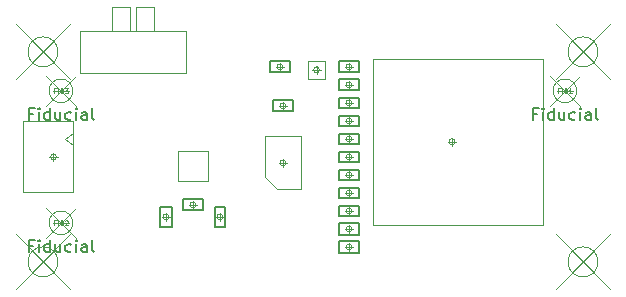
<source format=gbr>
%TF.GenerationSoftware,KiCad,Pcbnew,9.0.3*%
%TF.CreationDate,2025-08-05T15:22:31-04:00*%
%TF.ProjectId,weather-featherwing,77656174-6865-4722-9d66-656174686572,1.4.0*%
%TF.SameCoordinates,Original*%
%TF.FileFunction,AssemblyDrawing,Top*%
%FSLAX46Y46*%
G04 Gerber Fmt 4.6, Leading zero omitted, Abs format (unit mm)*
G04 Created by KiCad (PCBNEW 9.0.3) date 2025-08-05 15:22:31*
%MOMM*%
%LPD*%
G01*
G04 APERTURE LIST*
%ADD10C,0.150000*%
%ADD11C,0.060000*%
%ADD12C,0.120000*%
%ADD13C,0.050000*%
%ADD14C,0.100000*%
G04 APERTURE END LIST*
D10*
X158655047Y-104293009D02*
X158321714Y-104293009D01*
X158321714Y-104816819D02*
X158321714Y-103816819D01*
X158321714Y-103816819D02*
X158797904Y-103816819D01*
X159178857Y-104816819D02*
X159178857Y-104150152D01*
X159178857Y-103816819D02*
X159131238Y-103864438D01*
X159131238Y-103864438D02*
X159178857Y-103912057D01*
X159178857Y-103912057D02*
X159226476Y-103864438D01*
X159226476Y-103864438D02*
X159178857Y-103816819D01*
X159178857Y-103816819D02*
X159178857Y-103912057D01*
X160083618Y-104816819D02*
X160083618Y-103816819D01*
X160083618Y-104769200D02*
X159988380Y-104816819D01*
X159988380Y-104816819D02*
X159797904Y-104816819D01*
X159797904Y-104816819D02*
X159702666Y-104769200D01*
X159702666Y-104769200D02*
X159655047Y-104721580D01*
X159655047Y-104721580D02*
X159607428Y-104626342D01*
X159607428Y-104626342D02*
X159607428Y-104340628D01*
X159607428Y-104340628D02*
X159655047Y-104245390D01*
X159655047Y-104245390D02*
X159702666Y-104197771D01*
X159702666Y-104197771D02*
X159797904Y-104150152D01*
X159797904Y-104150152D02*
X159988380Y-104150152D01*
X159988380Y-104150152D02*
X160083618Y-104197771D01*
X160988380Y-104150152D02*
X160988380Y-104816819D01*
X160559809Y-104150152D02*
X160559809Y-104673961D01*
X160559809Y-104673961D02*
X160607428Y-104769200D01*
X160607428Y-104769200D02*
X160702666Y-104816819D01*
X160702666Y-104816819D02*
X160845523Y-104816819D01*
X160845523Y-104816819D02*
X160940761Y-104769200D01*
X160940761Y-104769200D02*
X160988380Y-104721580D01*
X161893142Y-104769200D02*
X161797904Y-104816819D01*
X161797904Y-104816819D02*
X161607428Y-104816819D01*
X161607428Y-104816819D02*
X161512190Y-104769200D01*
X161512190Y-104769200D02*
X161464571Y-104721580D01*
X161464571Y-104721580D02*
X161416952Y-104626342D01*
X161416952Y-104626342D02*
X161416952Y-104340628D01*
X161416952Y-104340628D02*
X161464571Y-104245390D01*
X161464571Y-104245390D02*
X161512190Y-104197771D01*
X161512190Y-104197771D02*
X161607428Y-104150152D01*
X161607428Y-104150152D02*
X161797904Y-104150152D01*
X161797904Y-104150152D02*
X161893142Y-104197771D01*
X162321714Y-104816819D02*
X162321714Y-104150152D01*
X162321714Y-103816819D02*
X162274095Y-103864438D01*
X162274095Y-103864438D02*
X162321714Y-103912057D01*
X162321714Y-103912057D02*
X162369333Y-103864438D01*
X162369333Y-103864438D02*
X162321714Y-103816819D01*
X162321714Y-103816819D02*
X162321714Y-103912057D01*
X163226475Y-104816819D02*
X163226475Y-104293009D01*
X163226475Y-104293009D02*
X163178856Y-104197771D01*
X163178856Y-104197771D02*
X163083618Y-104150152D01*
X163083618Y-104150152D02*
X162893142Y-104150152D01*
X162893142Y-104150152D02*
X162797904Y-104197771D01*
X163226475Y-104769200D02*
X163131237Y-104816819D01*
X163131237Y-104816819D02*
X162893142Y-104816819D01*
X162893142Y-104816819D02*
X162797904Y-104769200D01*
X162797904Y-104769200D02*
X162750285Y-104673961D01*
X162750285Y-104673961D02*
X162750285Y-104578723D01*
X162750285Y-104578723D02*
X162797904Y-104483485D01*
X162797904Y-104483485D02*
X162893142Y-104435866D01*
X162893142Y-104435866D02*
X163131237Y-104435866D01*
X163131237Y-104435866D02*
X163226475Y-104388247D01*
X163845523Y-104816819D02*
X163750285Y-104769200D01*
X163750285Y-104769200D02*
X163702666Y-104673961D01*
X163702666Y-104673961D02*
X163702666Y-103816819D01*
D11*
X160607429Y-102334403D02*
X160474096Y-102334403D01*
X160474096Y-102543927D02*
X160474096Y-102143927D01*
X160474096Y-102143927D02*
X160664572Y-102143927D01*
X160816953Y-102543927D02*
X160816953Y-102143927D01*
X161007429Y-102543927D02*
X161007429Y-102143927D01*
X161007429Y-102143927D02*
X161102667Y-102143927D01*
X161102667Y-102143927D02*
X161159810Y-102162975D01*
X161159810Y-102162975D02*
X161197905Y-102201070D01*
X161197905Y-102201070D02*
X161216952Y-102239165D01*
X161216952Y-102239165D02*
X161236000Y-102315356D01*
X161236000Y-102315356D02*
X161236000Y-102372499D01*
X161236000Y-102372499D02*
X161216952Y-102448689D01*
X161216952Y-102448689D02*
X161197905Y-102486784D01*
X161197905Y-102486784D02*
X161159810Y-102524880D01*
X161159810Y-102524880D02*
X161102667Y-102543927D01*
X161102667Y-102543927D02*
X161007429Y-102543927D01*
X161616952Y-102543927D02*
X161388381Y-102543927D01*
X161502667Y-102543927D02*
X161502667Y-102143927D01*
X161502667Y-102143927D02*
X161464571Y-102201070D01*
X161464571Y-102201070D02*
X161426476Y-102239165D01*
X161426476Y-102239165D02*
X161388381Y-102258213D01*
X160384096Y-102343927D02*
X161704668Y-102343927D01*
D10*
X115983047Y-104293009D02*
X115649714Y-104293009D01*
X115649714Y-104816819D02*
X115649714Y-103816819D01*
X115649714Y-103816819D02*
X116125904Y-103816819D01*
X116506857Y-104816819D02*
X116506857Y-104150152D01*
X116506857Y-103816819D02*
X116459238Y-103864438D01*
X116459238Y-103864438D02*
X116506857Y-103912057D01*
X116506857Y-103912057D02*
X116554476Y-103864438D01*
X116554476Y-103864438D02*
X116506857Y-103816819D01*
X116506857Y-103816819D02*
X116506857Y-103912057D01*
X117411618Y-104816819D02*
X117411618Y-103816819D01*
X117411618Y-104769200D02*
X117316380Y-104816819D01*
X117316380Y-104816819D02*
X117125904Y-104816819D01*
X117125904Y-104816819D02*
X117030666Y-104769200D01*
X117030666Y-104769200D02*
X116983047Y-104721580D01*
X116983047Y-104721580D02*
X116935428Y-104626342D01*
X116935428Y-104626342D02*
X116935428Y-104340628D01*
X116935428Y-104340628D02*
X116983047Y-104245390D01*
X116983047Y-104245390D02*
X117030666Y-104197771D01*
X117030666Y-104197771D02*
X117125904Y-104150152D01*
X117125904Y-104150152D02*
X117316380Y-104150152D01*
X117316380Y-104150152D02*
X117411618Y-104197771D01*
X118316380Y-104150152D02*
X118316380Y-104816819D01*
X117887809Y-104150152D02*
X117887809Y-104673961D01*
X117887809Y-104673961D02*
X117935428Y-104769200D01*
X117935428Y-104769200D02*
X118030666Y-104816819D01*
X118030666Y-104816819D02*
X118173523Y-104816819D01*
X118173523Y-104816819D02*
X118268761Y-104769200D01*
X118268761Y-104769200D02*
X118316380Y-104721580D01*
X119221142Y-104769200D02*
X119125904Y-104816819D01*
X119125904Y-104816819D02*
X118935428Y-104816819D01*
X118935428Y-104816819D02*
X118840190Y-104769200D01*
X118840190Y-104769200D02*
X118792571Y-104721580D01*
X118792571Y-104721580D02*
X118744952Y-104626342D01*
X118744952Y-104626342D02*
X118744952Y-104340628D01*
X118744952Y-104340628D02*
X118792571Y-104245390D01*
X118792571Y-104245390D02*
X118840190Y-104197771D01*
X118840190Y-104197771D02*
X118935428Y-104150152D01*
X118935428Y-104150152D02*
X119125904Y-104150152D01*
X119125904Y-104150152D02*
X119221142Y-104197771D01*
X119649714Y-104816819D02*
X119649714Y-104150152D01*
X119649714Y-103816819D02*
X119602095Y-103864438D01*
X119602095Y-103864438D02*
X119649714Y-103912057D01*
X119649714Y-103912057D02*
X119697333Y-103864438D01*
X119697333Y-103864438D02*
X119649714Y-103816819D01*
X119649714Y-103816819D02*
X119649714Y-103912057D01*
X120554475Y-104816819D02*
X120554475Y-104293009D01*
X120554475Y-104293009D02*
X120506856Y-104197771D01*
X120506856Y-104197771D02*
X120411618Y-104150152D01*
X120411618Y-104150152D02*
X120221142Y-104150152D01*
X120221142Y-104150152D02*
X120125904Y-104197771D01*
X120554475Y-104769200D02*
X120459237Y-104816819D01*
X120459237Y-104816819D02*
X120221142Y-104816819D01*
X120221142Y-104816819D02*
X120125904Y-104769200D01*
X120125904Y-104769200D02*
X120078285Y-104673961D01*
X120078285Y-104673961D02*
X120078285Y-104578723D01*
X120078285Y-104578723D02*
X120125904Y-104483485D01*
X120125904Y-104483485D02*
X120221142Y-104435866D01*
X120221142Y-104435866D02*
X120459237Y-104435866D01*
X120459237Y-104435866D02*
X120554475Y-104388247D01*
X121173523Y-104816819D02*
X121078285Y-104769200D01*
X121078285Y-104769200D02*
X121030666Y-104673961D01*
X121030666Y-104673961D02*
X121030666Y-103816819D01*
D11*
X117935429Y-102334403D02*
X117802096Y-102334403D01*
X117802096Y-102543927D02*
X117802096Y-102143927D01*
X117802096Y-102143927D02*
X117992572Y-102143927D01*
X118144953Y-102543927D02*
X118144953Y-102143927D01*
X118335429Y-102543927D02*
X118335429Y-102143927D01*
X118335429Y-102143927D02*
X118430667Y-102143927D01*
X118430667Y-102143927D02*
X118487810Y-102162975D01*
X118487810Y-102162975D02*
X118525905Y-102201070D01*
X118525905Y-102201070D02*
X118544952Y-102239165D01*
X118544952Y-102239165D02*
X118564000Y-102315356D01*
X118564000Y-102315356D02*
X118564000Y-102372499D01*
X118564000Y-102372499D02*
X118544952Y-102448689D01*
X118544952Y-102448689D02*
X118525905Y-102486784D01*
X118525905Y-102486784D02*
X118487810Y-102524880D01*
X118487810Y-102524880D02*
X118430667Y-102543927D01*
X118430667Y-102543927D02*
X118335429Y-102543927D01*
X118697333Y-102143927D02*
X118944952Y-102143927D01*
X118944952Y-102143927D02*
X118811619Y-102296308D01*
X118811619Y-102296308D02*
X118868762Y-102296308D01*
X118868762Y-102296308D02*
X118906857Y-102315356D01*
X118906857Y-102315356D02*
X118925905Y-102334403D01*
X118925905Y-102334403D02*
X118944952Y-102372499D01*
X118944952Y-102372499D02*
X118944952Y-102467737D01*
X118944952Y-102467737D02*
X118925905Y-102505832D01*
X118925905Y-102505832D02*
X118906857Y-102524880D01*
X118906857Y-102524880D02*
X118868762Y-102543927D01*
X118868762Y-102543927D02*
X118754476Y-102543927D01*
X118754476Y-102543927D02*
X118716381Y-102524880D01*
X118716381Y-102524880D02*
X118697333Y-102505832D01*
X117712096Y-102343927D02*
X119034952Y-102343927D01*
D10*
X115983047Y-115469009D02*
X115649714Y-115469009D01*
X115649714Y-115992819D02*
X115649714Y-114992819D01*
X115649714Y-114992819D02*
X116125904Y-114992819D01*
X116506857Y-115992819D02*
X116506857Y-115326152D01*
X116506857Y-114992819D02*
X116459238Y-115040438D01*
X116459238Y-115040438D02*
X116506857Y-115088057D01*
X116506857Y-115088057D02*
X116554476Y-115040438D01*
X116554476Y-115040438D02*
X116506857Y-114992819D01*
X116506857Y-114992819D02*
X116506857Y-115088057D01*
X117411618Y-115992819D02*
X117411618Y-114992819D01*
X117411618Y-115945200D02*
X117316380Y-115992819D01*
X117316380Y-115992819D02*
X117125904Y-115992819D01*
X117125904Y-115992819D02*
X117030666Y-115945200D01*
X117030666Y-115945200D02*
X116983047Y-115897580D01*
X116983047Y-115897580D02*
X116935428Y-115802342D01*
X116935428Y-115802342D02*
X116935428Y-115516628D01*
X116935428Y-115516628D02*
X116983047Y-115421390D01*
X116983047Y-115421390D02*
X117030666Y-115373771D01*
X117030666Y-115373771D02*
X117125904Y-115326152D01*
X117125904Y-115326152D02*
X117316380Y-115326152D01*
X117316380Y-115326152D02*
X117411618Y-115373771D01*
X118316380Y-115326152D02*
X118316380Y-115992819D01*
X117887809Y-115326152D02*
X117887809Y-115849961D01*
X117887809Y-115849961D02*
X117935428Y-115945200D01*
X117935428Y-115945200D02*
X118030666Y-115992819D01*
X118030666Y-115992819D02*
X118173523Y-115992819D01*
X118173523Y-115992819D02*
X118268761Y-115945200D01*
X118268761Y-115945200D02*
X118316380Y-115897580D01*
X119221142Y-115945200D02*
X119125904Y-115992819D01*
X119125904Y-115992819D02*
X118935428Y-115992819D01*
X118935428Y-115992819D02*
X118840190Y-115945200D01*
X118840190Y-115945200D02*
X118792571Y-115897580D01*
X118792571Y-115897580D02*
X118744952Y-115802342D01*
X118744952Y-115802342D02*
X118744952Y-115516628D01*
X118744952Y-115516628D02*
X118792571Y-115421390D01*
X118792571Y-115421390D02*
X118840190Y-115373771D01*
X118840190Y-115373771D02*
X118935428Y-115326152D01*
X118935428Y-115326152D02*
X119125904Y-115326152D01*
X119125904Y-115326152D02*
X119221142Y-115373771D01*
X119649714Y-115992819D02*
X119649714Y-115326152D01*
X119649714Y-114992819D02*
X119602095Y-115040438D01*
X119602095Y-115040438D02*
X119649714Y-115088057D01*
X119649714Y-115088057D02*
X119697333Y-115040438D01*
X119697333Y-115040438D02*
X119649714Y-114992819D01*
X119649714Y-114992819D02*
X119649714Y-115088057D01*
X120554475Y-115992819D02*
X120554475Y-115469009D01*
X120554475Y-115469009D02*
X120506856Y-115373771D01*
X120506856Y-115373771D02*
X120411618Y-115326152D01*
X120411618Y-115326152D02*
X120221142Y-115326152D01*
X120221142Y-115326152D02*
X120125904Y-115373771D01*
X120554475Y-115945200D02*
X120459237Y-115992819D01*
X120459237Y-115992819D02*
X120221142Y-115992819D01*
X120221142Y-115992819D02*
X120125904Y-115945200D01*
X120125904Y-115945200D02*
X120078285Y-115849961D01*
X120078285Y-115849961D02*
X120078285Y-115754723D01*
X120078285Y-115754723D02*
X120125904Y-115659485D01*
X120125904Y-115659485D02*
X120221142Y-115611866D01*
X120221142Y-115611866D02*
X120459237Y-115611866D01*
X120459237Y-115611866D02*
X120554475Y-115564247D01*
X121173523Y-115992819D02*
X121078285Y-115945200D01*
X121078285Y-115945200D02*
X121030666Y-115849961D01*
X121030666Y-115849961D02*
X121030666Y-114992819D01*
D11*
X117935429Y-113510403D02*
X117802096Y-113510403D01*
X117802096Y-113719927D02*
X117802096Y-113319927D01*
X117802096Y-113319927D02*
X117992572Y-113319927D01*
X118144953Y-113719927D02*
X118144953Y-113319927D01*
X118335429Y-113719927D02*
X118335429Y-113319927D01*
X118335429Y-113319927D02*
X118430667Y-113319927D01*
X118430667Y-113319927D02*
X118487810Y-113338975D01*
X118487810Y-113338975D02*
X118525905Y-113377070D01*
X118525905Y-113377070D02*
X118544952Y-113415165D01*
X118544952Y-113415165D02*
X118564000Y-113491356D01*
X118564000Y-113491356D02*
X118564000Y-113548499D01*
X118564000Y-113548499D02*
X118544952Y-113624689D01*
X118544952Y-113624689D02*
X118525905Y-113662784D01*
X118525905Y-113662784D02*
X118487810Y-113700880D01*
X118487810Y-113700880D02*
X118430667Y-113719927D01*
X118430667Y-113719927D02*
X118335429Y-113719927D01*
X118716381Y-113358022D02*
X118735429Y-113338975D01*
X118735429Y-113338975D02*
X118773524Y-113319927D01*
X118773524Y-113319927D02*
X118868762Y-113319927D01*
X118868762Y-113319927D02*
X118906857Y-113338975D01*
X118906857Y-113338975D02*
X118925905Y-113358022D01*
X118925905Y-113358022D02*
X118944952Y-113396118D01*
X118944952Y-113396118D02*
X118944952Y-113434213D01*
X118944952Y-113434213D02*
X118925905Y-113491356D01*
X118925905Y-113491356D02*
X118697333Y-113719927D01*
X118697333Y-113719927D02*
X118944952Y-113719927D01*
X117712096Y-113519927D02*
X119034952Y-113519927D01*
D12*
%TO.C,U2*%
X136660000Y-110708000D02*
X135610000Y-109658000D01*
X138710000Y-110708000D02*
X136660000Y-110708000D01*
X135610000Y-109658000D02*
X135610000Y-106208000D01*
D13*
X136810000Y-108458000D02*
X137510000Y-108458000D01*
X137160000Y-108108000D02*
X137160000Y-108808000D01*
D12*
X135610000Y-106208000D02*
X138710000Y-106208000D01*
X138710000Y-106208000D02*
X138710000Y-110708000D01*
D13*
X137410000Y-108458000D02*
G75*
G02*
X136910000Y-108458000I-250000J0D01*
G01*
X136910000Y-108458000D02*
G75*
G02*
X137410000Y-108458000I250000J0D01*
G01*
%TO.C,U1*%
D14*
X128290000Y-109962000D02*
X130790000Y-109962000D01*
X130790000Y-107462000D01*
X128290000Y-107462000D01*
X128290000Y-109962000D01*
D13*
%TO.C,D1*%
X139650000Y-100580000D02*
X140350000Y-100580000D01*
X140000000Y-100230000D02*
X140000000Y-100930000D01*
D12*
X139250000Y-101330000D02*
X140750000Y-101330000D01*
X140750000Y-99830000D01*
X139250000Y-99830000D01*
X139250000Y-101330000D01*
D13*
X140250000Y-100580000D02*
G75*
G02*
X139750000Y-100580000I-250000J0D01*
G01*
X139750000Y-100580000D02*
G75*
G02*
X140250000Y-100580000I250000J0D01*
G01*
D10*
%TO.C,R3*%
X141900000Y-110550000D02*
X143600000Y-110550000D01*
X141900000Y-111450000D02*
X141900000Y-110550000D01*
D13*
X142750000Y-110650000D02*
X142750000Y-111350000D01*
X143100000Y-111000000D02*
X142400000Y-111000000D01*
D10*
X143600000Y-110550000D02*
X143600000Y-111450000D01*
X143600000Y-111450000D02*
X141900000Y-111450000D01*
D13*
X143000000Y-111000000D02*
G75*
G02*
X142500000Y-111000000I-250000J0D01*
G01*
X142500000Y-111000000D02*
G75*
G02*
X143000000Y-111000000I250000J0D01*
G01*
D14*
%TO.C,H3*%
X163830000Y-99060000D02*
G75*
G02*
X161290000Y-99060000I-1270000J0D01*
G01*
X161290000Y-99060000D02*
G75*
G02*
X163830000Y-99060000I1270000J0D01*
G01*
X163830000Y-99060000D02*
G75*
G02*
X161290000Y-99060000I-1270000J0D01*
G01*
X161290000Y-99060000D02*
G75*
G02*
X163830000Y-99060000I1270000J0D01*
G01*
D13*
%TO.C,J3*%
X151125000Y-106680000D02*
X151825000Y-106680000D01*
X151475000Y-106330000D02*
X151475000Y-107030000D01*
D14*
X144750000Y-113680000D02*
X159200000Y-113680000D01*
X159200000Y-99680000D01*
X144750000Y-99680000D01*
X144750000Y-113680000D01*
D13*
X151736008Y-106680000D02*
G75*
G02*
X151213992Y-106680000I-261008J0D01*
G01*
X151213992Y-106680000D02*
G75*
G02*
X151736008Y-106680000I261008J0D01*
G01*
D10*
%TO.C,C5*%
X136285000Y-103157000D02*
X138035000Y-103157000D01*
X136285000Y-104107000D02*
X136285000Y-103157000D01*
D13*
X137160000Y-103282000D02*
X137160000Y-103982000D01*
X137510000Y-103632000D02*
X136810000Y-103632000D01*
D10*
X138035000Y-103157000D02*
X138035000Y-104107000D01*
X138035000Y-104107000D02*
X136285000Y-104107000D01*
D13*
X137410000Y-103632000D02*
G75*
G02*
X136910000Y-103632000I-250000J0D01*
G01*
X136910000Y-103632000D02*
G75*
G02*
X137410000Y-103632000I250000J0D01*
G01*
D10*
%TO.C,C3*%
X128665000Y-111539000D02*
X130415000Y-111539000D01*
X128665000Y-112489000D02*
X128665000Y-111539000D01*
D13*
X129190000Y-112014000D02*
X129890000Y-112014000D01*
X129540000Y-112364000D02*
X129540000Y-111664000D01*
D10*
X130415000Y-111539000D02*
X130415000Y-112489000D01*
X130415000Y-112489000D02*
X128665000Y-112489000D01*
D13*
X129790000Y-112014000D02*
G75*
G02*
X129290000Y-112014000I-250000J0D01*
G01*
X129290000Y-112014000D02*
G75*
G02*
X129790000Y-112014000I250000J0D01*
G01*
D10*
%TO.C,R6*%
X141900000Y-104450000D02*
X143600000Y-104450000D01*
X141900000Y-105350000D02*
X141900000Y-104450000D01*
D13*
X142750000Y-104550000D02*
X142750000Y-105250000D01*
X143100000Y-104900000D02*
X142400000Y-104900000D01*
D10*
X143600000Y-104450000D02*
X143600000Y-105350000D01*
X143600000Y-105350000D02*
X141900000Y-105350000D01*
D13*
X143000000Y-104900000D02*
G75*
G02*
X142500000Y-104900000I-250000J0D01*
G01*
X142500000Y-104900000D02*
G75*
G02*
X143000000Y-104900000I250000J0D01*
G01*
D10*
%TO.C,C1*%
X141875000Y-115100000D02*
X143625000Y-115100000D01*
X141875000Y-116050000D02*
X141875000Y-115100000D01*
D13*
X142750000Y-115225000D02*
X142750000Y-115925000D01*
X143100000Y-115575000D02*
X142400000Y-115575000D01*
D10*
X143625000Y-115100000D02*
X143625000Y-116050000D01*
X143625000Y-116050000D02*
X141875000Y-116050000D01*
D13*
X143000000Y-115575000D02*
G75*
G02*
X142500000Y-115575000I-250000J0D01*
G01*
X142500000Y-115575000D02*
G75*
G02*
X143000000Y-115575000I250000J0D01*
G01*
D14*
%TO.C,H4*%
X163830000Y-116840000D02*
G75*
G02*
X161290000Y-116840000I-1270000J0D01*
G01*
X161290000Y-116840000D02*
G75*
G02*
X163830000Y-116840000I1270000J0D01*
G01*
X163830000Y-116840000D02*
G75*
G02*
X161290000Y-116840000I-1270000J0D01*
G01*
X161290000Y-116840000D02*
G75*
G02*
X163830000Y-116840000I1270000J0D01*
G01*
D10*
%TO.C,R5*%
X141900000Y-107500000D02*
X143600000Y-107500000D01*
X141900000Y-108400000D02*
X141900000Y-107500000D01*
D13*
X142750000Y-107600000D02*
X142750000Y-108300000D01*
X143100000Y-107950000D02*
X142400000Y-107950000D01*
D10*
X143600000Y-107500000D02*
X143600000Y-108400000D01*
X143600000Y-108400000D02*
X141900000Y-108400000D01*
D13*
X143000000Y-107950000D02*
G75*
G02*
X142500000Y-107950000I-250000J0D01*
G01*
X142500000Y-107950000D02*
G75*
G02*
X143000000Y-107950000I250000J0D01*
G01*
%TO.C,SW1*%
D14*
X124200000Y-97275000D02*
X122700000Y-97275000D01*
X122700000Y-95275000D01*
X124200000Y-95275000D01*
X124200000Y-97275000D01*
X126200000Y-97275000D02*
X124700000Y-97275000D01*
X124700000Y-95275000D01*
X126200000Y-95275000D01*
X126200000Y-97275000D01*
X128950000Y-100875000D02*
X119950000Y-100875000D01*
X119950000Y-97275000D01*
X128950000Y-97275000D01*
X128950000Y-100875000D01*
%TO.C,J4*%
X115155400Y-104950000D02*
X115155400Y-110950000D01*
D13*
X117730400Y-107600000D02*
X117730400Y-108300000D01*
X118080400Y-107950000D02*
X117380400Y-107950000D01*
D14*
X118698293Y-106450000D02*
X119405400Y-106950000D01*
X119405400Y-104950000D02*
X115155400Y-104950000D01*
X119405400Y-104950000D02*
X119405400Y-110950000D01*
X119405400Y-105950000D02*
X118698293Y-106450000D01*
X119405400Y-110950000D02*
X115155400Y-110950000D01*
D13*
X117980400Y-107950000D02*
G75*
G02*
X117480400Y-107950000I-250000J0D01*
G01*
X117480400Y-107950000D02*
G75*
G02*
X117980400Y-107950000I250000J0D01*
G01*
D10*
%TO.C,R1*%
X141900000Y-105975000D02*
X143600000Y-105975000D01*
X141900000Y-106875000D02*
X141900000Y-105975000D01*
D13*
X142750000Y-106075000D02*
X142750000Y-106775000D01*
X143100000Y-106425000D02*
X142400000Y-106425000D01*
D10*
X143600000Y-105975000D02*
X143600000Y-106875000D01*
X143600000Y-106875000D02*
X141900000Y-106875000D01*
D13*
X143000000Y-106425000D02*
G75*
G02*
X142500000Y-106425000I-250000J0D01*
G01*
X142500000Y-106425000D02*
G75*
G02*
X143000000Y-106425000I250000J0D01*
G01*
D14*
%TO.C,FID1*%
X162036000Y-102362000D02*
G75*
G02*
X160036000Y-102362000I-1000000J0D01*
G01*
X160036000Y-102362000D02*
G75*
G02*
X162036000Y-102362000I1000000J0D01*
G01*
X162036000Y-102362000D02*
G75*
G02*
X160036000Y-102362000I-1000000J0D01*
G01*
X160036000Y-102362000D02*
G75*
G02*
X162036000Y-102362000I1000000J0D01*
G01*
%TO.C,H1*%
X118110000Y-99060000D02*
G75*
G02*
X115570000Y-99060000I-1270000J0D01*
G01*
X115570000Y-99060000D02*
G75*
G02*
X118110000Y-99060000I1270000J0D01*
G01*
X118110000Y-99060000D02*
G75*
G02*
X115570000Y-99060000I-1270000J0D01*
G01*
X115570000Y-99060000D02*
G75*
G02*
X118110000Y-99060000I1270000J0D01*
G01*
D10*
%TO.C,R11*%
X136056000Y-99875000D02*
X137756000Y-99875000D01*
X136056000Y-100775000D02*
X136056000Y-99875000D01*
D13*
X136906000Y-99975000D02*
X136906000Y-100675000D01*
X137256000Y-100325000D02*
X136556000Y-100325000D01*
D10*
X137756000Y-99875000D02*
X137756000Y-100775000D01*
X137756000Y-100775000D02*
X136056000Y-100775000D01*
D13*
X137156000Y-100325000D02*
G75*
G02*
X136656000Y-100325000I-250000J0D01*
G01*
X136656000Y-100325000D02*
G75*
G02*
X137156000Y-100325000I250000J0D01*
G01*
D10*
%TO.C,C2*%
X141875000Y-113575000D02*
X143625000Y-113575000D01*
X141875000Y-114525000D02*
X141875000Y-113575000D01*
D13*
X142750000Y-113700000D02*
X142750000Y-114400000D01*
X143100000Y-114050000D02*
X142400000Y-114050000D01*
D10*
X143625000Y-113575000D02*
X143625000Y-114525000D01*
X143625000Y-114525000D02*
X141875000Y-114525000D01*
D13*
X143000000Y-114050000D02*
G75*
G02*
X142500000Y-114050000I-250000J0D01*
G01*
X142500000Y-114050000D02*
G75*
G02*
X143000000Y-114050000I250000J0D01*
G01*
D10*
%TO.C,R7*%
X141900000Y-102925000D02*
X143600000Y-102925000D01*
X141900000Y-103825000D02*
X141900000Y-102925000D01*
D13*
X142750000Y-103025000D02*
X142750000Y-103725000D01*
X143100000Y-103375000D02*
X142400000Y-103375000D01*
D10*
X143600000Y-102925000D02*
X143600000Y-103825000D01*
X143600000Y-103825000D02*
X141900000Y-103825000D01*
D13*
X143000000Y-103375000D02*
G75*
G02*
X142500000Y-103375000I-250000J0D01*
G01*
X142500000Y-103375000D02*
G75*
G02*
X143000000Y-103375000I250000J0D01*
G01*
D14*
%TO.C,FID3*%
X119364000Y-102362000D02*
G75*
G02*
X117364000Y-102362000I-1000000J0D01*
G01*
X117364000Y-102362000D02*
G75*
G02*
X119364000Y-102362000I1000000J0D01*
G01*
X119364000Y-102362000D02*
G75*
G02*
X117364000Y-102362000I-1000000J0D01*
G01*
X117364000Y-102362000D02*
G75*
G02*
X119364000Y-102362000I1000000J0D01*
G01*
%TO.C,FID2*%
X119364000Y-113538000D02*
G75*
G02*
X117364000Y-113538000I-1000000J0D01*
G01*
X117364000Y-113538000D02*
G75*
G02*
X119364000Y-113538000I1000000J0D01*
G01*
X119364000Y-113538000D02*
G75*
G02*
X117364000Y-113538000I-1000000J0D01*
G01*
X117364000Y-113538000D02*
G75*
G02*
X119364000Y-113538000I1000000J0D01*
G01*
D10*
%TO.C,R2*%
X141900000Y-112075000D02*
X143600000Y-112075000D01*
X141900000Y-112975000D02*
X141900000Y-112075000D01*
D13*
X142750000Y-112175000D02*
X142750000Y-112875000D01*
X143100000Y-112525000D02*
X142400000Y-112525000D01*
D10*
X143600000Y-112075000D02*
X143600000Y-112975000D01*
X143600000Y-112975000D02*
X141900000Y-112975000D01*
D13*
X143000000Y-112525000D02*
G75*
G02*
X142500000Y-112525000I-250000J0D01*
G01*
X142500000Y-112525000D02*
G75*
G02*
X143000000Y-112525000I250000J0D01*
G01*
D10*
%TO.C,R4*%
X141900000Y-109025000D02*
X143600000Y-109025000D01*
X141900000Y-109925000D02*
X141900000Y-109025000D01*
D13*
X142750000Y-109125000D02*
X142750000Y-109825000D01*
X143100000Y-109475000D02*
X142400000Y-109475000D01*
D10*
X143600000Y-109025000D02*
X143600000Y-109925000D01*
X143600000Y-109925000D02*
X141900000Y-109925000D01*
D13*
X143000000Y-109475000D02*
G75*
G02*
X142500000Y-109475000I-250000J0D01*
G01*
X142500000Y-109475000D02*
G75*
G02*
X143000000Y-109475000I250000J0D01*
G01*
D10*
%TO.C,C4*%
X126779000Y-112155000D02*
X127729000Y-112155000D01*
X126779000Y-113905000D02*
X126779000Y-112155000D01*
D13*
X127254000Y-113380000D02*
X127254000Y-112680000D01*
X127604000Y-113030000D02*
X126904000Y-113030000D01*
D10*
X127729000Y-112155000D02*
X127729000Y-113905000D01*
X127729000Y-113905000D02*
X126779000Y-113905000D01*
D13*
X127504000Y-113030000D02*
G75*
G02*
X127004000Y-113030000I-250000J0D01*
G01*
X127004000Y-113030000D02*
G75*
G02*
X127504000Y-113030000I250000J0D01*
G01*
D10*
%TO.C,R8*%
X141900000Y-101400000D02*
X143600000Y-101400000D01*
X141900000Y-102300000D02*
X141900000Y-101400000D01*
D13*
X142750000Y-101500000D02*
X142750000Y-102200000D01*
X143100000Y-101850000D02*
X142400000Y-101850000D01*
D10*
X143600000Y-101400000D02*
X143600000Y-102300000D01*
X143600000Y-102300000D02*
X141900000Y-102300000D01*
D13*
X143000000Y-101850000D02*
G75*
G02*
X142500000Y-101850000I-250000J0D01*
G01*
X142500000Y-101850000D02*
G75*
G02*
X143000000Y-101850000I250000J0D01*
G01*
D14*
%TO.C,H2*%
X118110000Y-116840000D02*
G75*
G02*
X115570000Y-116840000I-1270000J0D01*
G01*
X115570000Y-116840000D02*
G75*
G02*
X118110000Y-116840000I1270000J0D01*
G01*
X118110000Y-116840000D02*
G75*
G02*
X115570000Y-116840000I-1270000J0D01*
G01*
X115570000Y-116840000D02*
G75*
G02*
X118110000Y-116840000I1270000J0D01*
G01*
D10*
%TO.C,R10*%
X131376000Y-112180000D02*
X132276000Y-112180000D01*
X131376000Y-113880000D02*
X131376000Y-112180000D01*
D13*
X131476000Y-113030000D02*
X132176000Y-113030000D01*
X131826000Y-112680000D02*
X131826000Y-113380000D01*
D10*
X132276000Y-112180000D02*
X132276000Y-113880000D01*
X132276000Y-113880000D02*
X131376000Y-113880000D01*
D13*
X132076000Y-113030000D02*
G75*
G02*
X131576000Y-113030000I-250000J0D01*
G01*
X131576000Y-113030000D02*
G75*
G02*
X132076000Y-113030000I250000J0D01*
G01*
D10*
%TO.C,R9*%
X141900000Y-99875000D02*
X143600000Y-99875000D01*
X141900000Y-100775000D02*
X141900000Y-99875000D01*
D13*
X142750000Y-99975000D02*
X142750000Y-100675000D01*
X143100000Y-100325000D02*
X142400000Y-100325000D01*
D10*
X143600000Y-99875000D02*
X143600000Y-100775000D01*
X143600000Y-100775000D02*
X141900000Y-100775000D01*
D13*
X143000000Y-100325000D02*
G75*
G02*
X142500000Y-100325000I-250000J0D01*
G01*
X142500000Y-100325000D02*
G75*
G02*
X143000000Y-100325000I250000J0D01*
G01*
%TD*%
D14*
X160235000Y-96735000D02*
X164885000Y-101385000D01*
X160235000Y-101385000D02*
X164885000Y-96735000D01*
X160235000Y-114515000D02*
X164885000Y-119165000D01*
X160235000Y-119165000D02*
X164885000Y-114515000D01*
X159761000Y-101087000D02*
X162311000Y-103637000D01*
X159761000Y-103637000D02*
X162311000Y-101087000D01*
X114515000Y-96735000D02*
X119165000Y-101385000D01*
X114515000Y-101385000D02*
X119165000Y-96735000D01*
X117089000Y-101087000D02*
X119639000Y-103637000D01*
X117089000Y-103637000D02*
X119639000Y-101087000D01*
X117089000Y-112263000D02*
X119639000Y-114813000D01*
X117089000Y-114813000D02*
X119639000Y-112263000D01*
X114515000Y-114515000D02*
X119165000Y-119165000D01*
X114515000Y-119165000D02*
X119165000Y-114515000D01*
M02*

</source>
